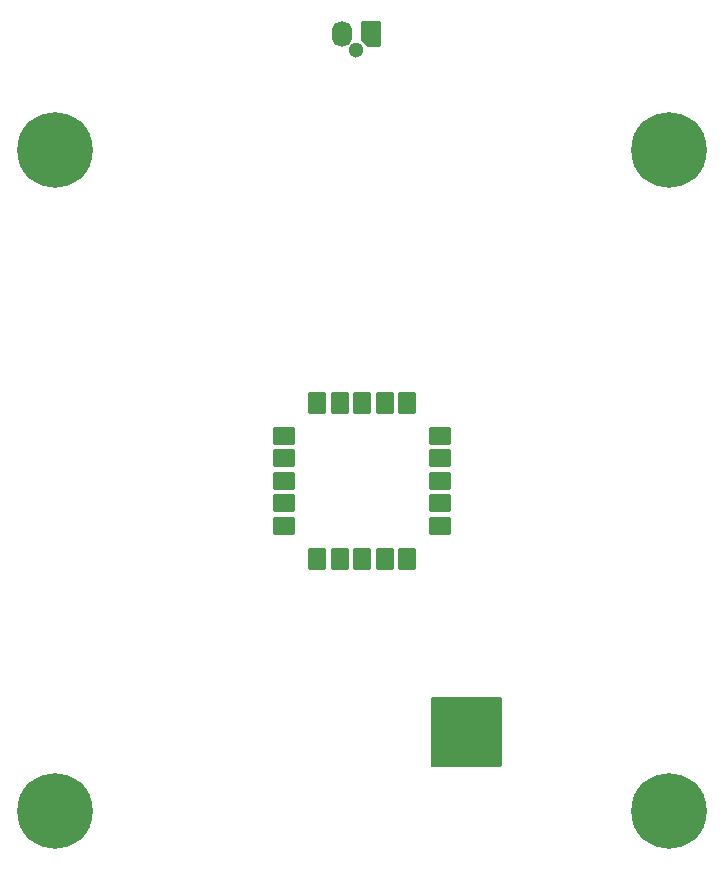
<source format=gbr>
%TF.GenerationSoftware,KiCad,Pcbnew,6.0.5-a6ca702e91~116~ubuntu20.04.1*%
%TF.CreationDate,2022-05-11T23:16:09+02:00*%
%TF.ProjectId,uHoubolt_PCB_GNSS,75486f75-626f-46c7-945f-5043425f474e,rev?*%
%TF.SameCoordinates,PX8f0d180PY5f5e100*%
%TF.FileFunction,Soldermask,Top*%
%TF.FilePolarity,Negative*%
%FSLAX46Y46*%
G04 Gerber Fmt 4.6, Leading zero omitted, Abs format (unit mm)*
G04 Created by KiCad (PCBNEW 6.0.5-a6ca702e91~116~ubuntu20.04.1) date 2022-05-11 23:16:09*
%MOMM*%
%LPD*%
G01*
G04 APERTURE LIST*
G04 Aperture macros list*
%AMRoundRect*
0 Rectangle with rounded corners*
0 $1 Rounding radius*
0 $2 $3 $4 $5 $6 $7 $8 $9 X,Y pos of 4 corners*
0 Add a 4 corners polygon primitive as box body*
4,1,4,$2,$3,$4,$5,$6,$7,$8,$9,$2,$3,0*
0 Add four circle primitives for the rounded corners*
1,1,$1+$1,$2,$3*
1,1,$1+$1,$4,$5*
1,1,$1+$1,$6,$7*
1,1,$1+$1,$8,$9*
0 Add four rect primitives between the rounded corners*
20,1,$1+$1,$2,$3,$4,$5,0*
20,1,$1+$1,$4,$5,$6,$7,0*
20,1,$1+$1,$6,$7,$8,$9,0*
20,1,$1+$1,$8,$9,$2,$3,0*%
%AMFreePoly0*
4,1,22,0.945671,0.830970,1.026777,0.776777,1.080970,0.695671,1.100000,0.600000,1.100000,-0.600000,1.080970,-0.695671,1.026777,-0.776777,0.945671,-0.830970,0.850000,-0.850000,-0.850000,-0.850000,-0.945671,-0.830970,-1.026777,-0.776777,-1.080970,-0.695671,-1.100000,-0.600000,-1.100000,0.200000,-1.080970,0.295671,-1.026777,0.376777,-0.626777,0.776777,-0.545671,0.830970,-0.450000,0.850000,
0.850000,0.850000,0.945671,0.830970,0.945671,0.830970,$1*%
G04 Aperture macros list end*
%ADD10RoundRect,0.099000X-0.651000X-0.801000X0.651000X-0.801000X0.651000X0.801000X-0.651000X0.801000X0*%
%ADD11RoundRect,0.099000X0.801000X-0.651000X0.801000X0.651000X-0.801000X0.651000X-0.801000X-0.651000X0*%
%ADD12C,0.800000*%
%ADD13C,6.400000*%
%ADD14C,1.300000*%
%ADD15FreePoly0,90.000000*%
%ADD16O,1.700000X2.200000*%
%ADD17C,1.524000*%
G04 APERTURE END LIST*
D10*
%TO.C,U1*%
X-3800000Y-6600000D03*
X-1900000Y-6600000D03*
X0Y-6600000D03*
X1900000Y-6600000D03*
X3800000Y-6600000D03*
D11*
X6600000Y-3800000D03*
X6600000Y-1900000D03*
X6600000Y0D03*
X6600000Y1900000D03*
X6600000Y3800000D03*
D10*
X3800000Y6600000D03*
X1900000Y6600000D03*
X0Y6600000D03*
X-1900000Y6600000D03*
X-3800000Y6600000D03*
D11*
X-6600000Y3800000D03*
X-6600000Y1900000D03*
X-6600000Y0D03*
X-6600000Y-1900000D03*
X-6600000Y-3800000D03*
%TD*%
D12*
%TO.C,H1*%
X23600000Y28000000D03*
X24302944Y29697056D03*
X26000000Y30400000D03*
D13*
X26000000Y28000000D03*
D12*
X28400000Y28000000D03*
X24302944Y26302944D03*
X27697056Y29697056D03*
X27697056Y26302944D03*
X26000000Y25600000D03*
%TD*%
%TO.C,H2*%
X-24302944Y29697056D03*
X-23600000Y28000000D03*
X-26000000Y25600000D03*
X-28400000Y28000000D03*
X-27697056Y29697056D03*
D13*
X-26000000Y28000000D03*
D12*
X-26000000Y30400000D03*
X-27697056Y26302944D03*
X-24302944Y26302944D03*
%TD*%
%TO.C,H3*%
X-27697056Y-26302944D03*
X-26000000Y-25600000D03*
X-27697056Y-29697056D03*
X-24302944Y-29697056D03*
X-28400000Y-28000000D03*
X-24302944Y-26302944D03*
X-26000000Y-30400000D03*
X-23600000Y-28000000D03*
D13*
X-26000000Y-28000000D03*
%TD*%
D12*
%TO.C,H4*%
X27697056Y-26302944D03*
D13*
X26000000Y-28000000D03*
D12*
X27697056Y-29697056D03*
X23600000Y-28000000D03*
X24302944Y-29697056D03*
X26000000Y-25600000D03*
X28400000Y-28000000D03*
X26000000Y-30400000D03*
X24302944Y-26302944D03*
%TD*%
D14*
%TO.C,J1*%
X-488000Y36506000D03*
D15*
X762000Y37846000D03*
D16*
X-1738000Y37846000D03*
%TD*%
D17*
%TO.C,J12*%
X8800000Y-21200000D03*
X7530000Y-19930000D03*
X10070000Y-19930000D03*
X10070000Y-22470000D03*
X7530000Y-22470000D03*
%TD*%
G36*
X11742121Y-18320002D02*
G01*
X11788614Y-18373658D01*
X11800000Y-18426000D01*
X11800000Y-24074000D01*
X11779998Y-24142121D01*
X11726342Y-24188614D01*
X11674000Y-24200000D01*
X5926000Y-24200000D01*
X5857879Y-24179998D01*
X5811386Y-24126342D01*
X5800000Y-24074000D01*
X5800000Y-18426000D01*
X5820002Y-18357879D01*
X5873658Y-18311386D01*
X5926000Y-18300000D01*
X11674000Y-18300000D01*
X11742121Y-18320002D01*
G37*
M02*

</source>
